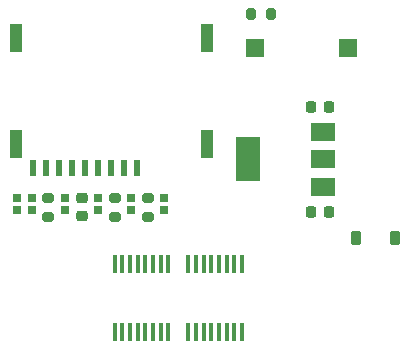
<source format=gbr>
%TF.GenerationSoftware,KiCad,Pcbnew,(7.0.0)*%
%TF.CreationDate,2024-08-27T08:05:47+05:30*%
%TF.ProjectId,Temperature Thing With Thermocouple 3V3,54656d70-6572-4617-9475-726520546869,v2.0.1*%
%TF.SameCoordinates,Original*%
%TF.FileFunction,Paste,Bot*%
%TF.FilePolarity,Positive*%
%FSLAX46Y46*%
G04 Gerber Fmt 4.6, Leading zero omitted, Abs format (unit mm)*
G04 Created by KiCad (PCBNEW (7.0.0)) date 2024-08-27 08:05:47*
%MOMM*%
%LPD*%
G01*
G04 APERTURE LIST*
G04 Aperture macros list*
%AMRoundRect*
0 Rectangle with rounded corners*
0 $1 Rounding radius*
0 $2 $3 $4 $5 $6 $7 $8 $9 X,Y pos of 4 corners*
0 Add a 4 corners polygon primitive as box body*
4,1,4,$2,$3,$4,$5,$6,$7,$8,$9,$2,$3,0*
0 Add four circle primitives for the rounded corners*
1,1,$1+$1,$2,$3*
1,1,$1+$1,$4,$5*
1,1,$1+$1,$6,$7*
1,1,$1+$1,$8,$9*
0 Add four rect primitives between the rounded corners*
20,1,$1+$1,$2,$3,$4,$5,0*
20,1,$1+$1,$4,$5,$6,$7,0*
20,1,$1+$1,$6,$7,$8,$9,0*
20,1,$1+$1,$8,$9,$2,$3,0*%
G04 Aperture macros list end*
%ADD10RoundRect,0.225000X-0.250000X0.225000X-0.250000X-0.225000X0.250000X-0.225000X0.250000X0.225000X0*%
%ADD11RoundRect,0.200000X-0.275000X0.200000X-0.275000X-0.200000X0.275000X-0.200000X0.275000X0.200000X0*%
%ADD12R,0.650000X0.650000*%
%ADD13R,2.000000X1.500000*%
%ADD14R,2.000000X3.800000*%
%ADD15R,0.450000X1.600000*%
%ADD16RoundRect,0.200000X0.200000X0.275000X-0.200000X0.275000X-0.200000X-0.275000X0.200000X-0.275000X0*%
%ADD17RoundRect,0.225000X-0.225000X-0.375000X0.225000X-0.375000X0.225000X0.375000X-0.225000X0.375000X0*%
%ADD18RoundRect,0.225000X-0.225000X-0.250000X0.225000X-0.250000X0.225000X0.250000X-0.225000X0.250000X0*%
%ADD19R,1.500000X1.500000*%
%ADD20RoundRect,0.200000X0.275000X-0.200000X0.275000X0.200000X-0.275000X0.200000X-0.275000X-0.200000X0*%
%ADD21R,1.100000X2.400000*%
%ADD22R,0.620000X1.400000*%
G04 APERTURE END LIST*
D10*
%TO.C,C14*%
X132200000Y-98775000D03*
X132200000Y-100325000D03*
%TD*%
D11*
%TO.C,R12*%
X137800000Y-98725000D03*
X137800000Y-100375000D03*
%TD*%
D12*
%TO.C,RV1*%
X130799999Y-99799999D03*
X130799999Y-98799999D03*
%TD*%
D13*
%TO.C,U8*%
X152624999Y-93199999D03*
X152624999Y-95499999D03*
D14*
X146324999Y-95499999D03*
D13*
X152624999Y-97799999D03*
%TD*%
D15*
%TO.C,U3*%
X145799999Y-110124999D03*
X145149999Y-110124999D03*
X144499999Y-110124999D03*
X143849999Y-110124999D03*
X143199999Y-110124999D03*
X142549999Y-110124999D03*
X141899999Y-110124999D03*
X141249999Y-110124999D03*
X141249999Y-104374999D03*
X141899999Y-104374999D03*
X142549999Y-104374999D03*
X143199999Y-104374999D03*
X143849999Y-104374999D03*
X144499999Y-104374999D03*
X145149999Y-104374999D03*
X145799999Y-104374999D03*
%TD*%
D16*
%TO.C,R3*%
X148225000Y-83175000D03*
X146575000Y-83175000D03*
%TD*%
D12*
%TO.C,RV3*%
X139199999Y-99799999D03*
X139199999Y-98799999D03*
%TD*%
D17*
%TO.C,D6*%
X155430000Y-102150000D03*
X158730000Y-102150000D03*
%TD*%
D18*
%TO.C,C17*%
X151625000Y-99925000D03*
X153175000Y-99925000D03*
%TD*%
D12*
%TO.C,RV4*%
X136399999Y-99799999D03*
X136399999Y-98799999D03*
%TD*%
%TO.C,RV6*%
X126699999Y-99799999D03*
X126699999Y-98799999D03*
%TD*%
D19*
%TO.C,SW1*%
X154724999Y-86049999D03*
X146924999Y-86049999D03*
%TD*%
D12*
%TO.C,RV5*%
X133599999Y-99799999D03*
X133599999Y-98799999D03*
%TD*%
D20*
%TO.C,R13*%
X135000000Y-100375000D03*
X135000000Y-98725000D03*
%TD*%
D21*
%TO.C,U4*%
X126674999Y-94224999D03*
X126674999Y-85224999D03*
X142824999Y-85224999D03*
X142824999Y-94224999D03*
D22*
X136854999Y-96224999D03*
X135754999Y-96224999D03*
X134654999Y-96224999D03*
X133554999Y-96224999D03*
X132454999Y-96224999D03*
X131354999Y-96224999D03*
X130254999Y-96224999D03*
X129154999Y-96224999D03*
X128054999Y-96224999D03*
%TD*%
D12*
%TO.C,RV2*%
X127999999Y-99799999D03*
X127999999Y-98799999D03*
%TD*%
D20*
%TO.C,R11*%
X129400000Y-100375000D03*
X129400000Y-98725000D03*
%TD*%
D15*
%TO.C,U6*%
X139549999Y-110124999D03*
X138899999Y-110124999D03*
X138249999Y-110124999D03*
X137599999Y-110124999D03*
X136949999Y-110124999D03*
X136299999Y-110124999D03*
X135649999Y-110124999D03*
X134999999Y-110124999D03*
X134999999Y-104374999D03*
X135649999Y-104374999D03*
X136299999Y-104374999D03*
X136949999Y-104374999D03*
X137599999Y-104374999D03*
X138249999Y-104374999D03*
X138899999Y-104374999D03*
X139549999Y-104374999D03*
%TD*%
D18*
%TO.C,C18*%
X151625000Y-91075000D03*
X153175000Y-91075000D03*
%TD*%
M02*

</source>
